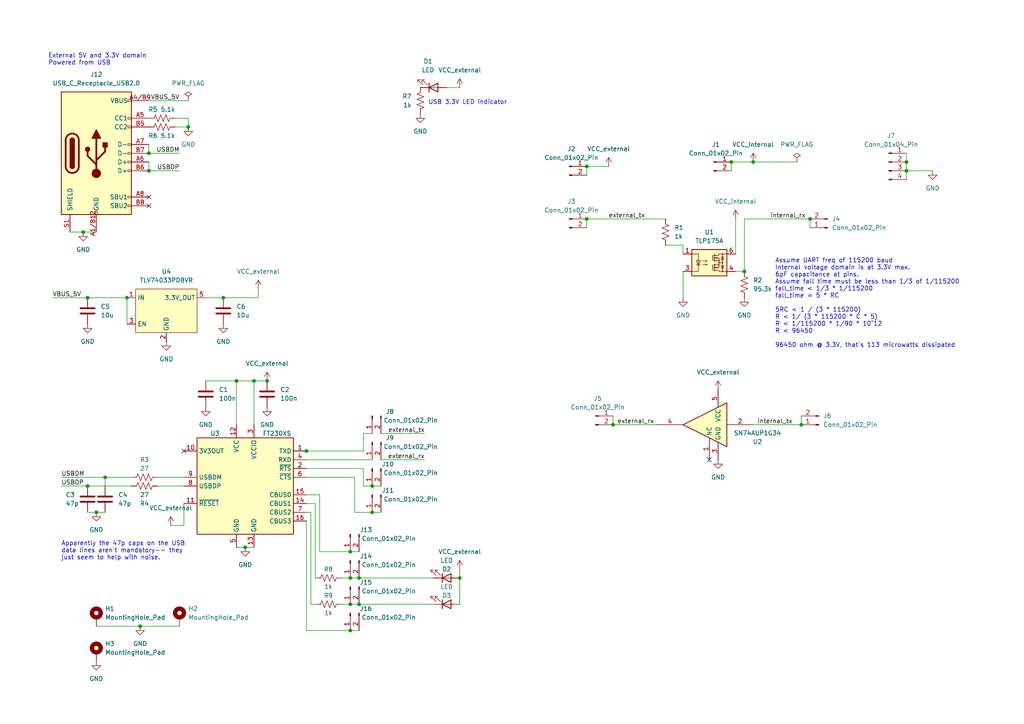
<source format=kicad_sch>
(kicad_sch (version 20231120) (generator "eeschema") (generator_version "8.0")
  (paper "A4")
  (title_block (title "UART Isolator") (date "2024-11-12") (rev "A") (company "UC San Diego") (comment 1 "Author: ${AUTHOR}"))
  (lib_symbols
    (symbol "74xGxx:74AUP1G34"
      (property "Reference" "U" (at -2.54 3.81 0))
      (property "Value" "74AUP1G34" (at 0 -3.81 0))
      (symbol "74AUP1G34_0_1"
        (polyline (pts (xy -7.62 6.35) (xy -7.62 -6.35) (xy 5.08 0) (xy -7.62 6.35)) (stroke (width 0.254)) (fill (type background)))
      )
      (symbol "74AUP1G34_1_1"
        (pin free line (at -2.54 -10.16 90) (length 6.35) (name "NC") (number "1"))
        (pin input line (at -15.24 0 0) (length 7.62) (name "~") (number "2"))
        (pin power_in line (at -5.08 -10.16 90) (length 5.08) (name "GND") (number "3"))
        (pin output line (at 12.7 0 180) (length 7.62) (name "~") (number "4"))
        (pin power_in line (at -5.08 10.16 270) (length 5.08) (name "VCC") (number "5"))
      )
    )
    (symbol "Connector:Conn_01x02_Pin" (pin_names (offset 1.016) hide)
      (property "Reference" "J" (at 0 2.54 0))
      (property "Value" "Conn_01x02_Pin" (at 0 -5.08 0))
      (symbol "Conn_01x02_Pin_1_1"
        (polyline (pts (xy 1.27 -2.54) (xy 0.8636 -2.54)) (stroke (width 0.1524)))
        (polyline (pts (xy 1.27 0) (xy 0.8636 0)) (stroke (width 0.1524)))
        (rectangle (start 0.8636 -2.413) (end 0 -2.667) (stroke (width 0.1524)) (fill (type outline)))
        (rectangle (start 0.8636 0.127) (end 0 -0.127) (stroke (width 0.1524)) (fill (type outline)))
        (pin passive line (at 5.08 0 180) (length 3.81) (name "Pin_1") (number "1"))
        (pin passive line (at 5.08 -2.54 180) (length 3.81) (name "Pin_2") (number "2"))
      )
    )
    (symbol "Connector:Conn_01x04_Pin" (pin_names (offset 1.016) hide)
      (property "Reference" "J" (at 0 5.08 0))
      (property "Value" "Conn_01x04_Pin" (at 0 -7.62 0))
      (symbol "Conn_01x04_Pin_1_1"
        (polyline (pts (xy 1.27 -5.08) (xy 0.8636 -5.08)) (stroke (width 0.1524)))
        (polyline (pts (xy 1.27 -2.54) (xy 0.8636 -2.54)) (stroke (width 0.1524)))
        (polyline (pts (xy 1.27 0) (xy 0.8636 0)) (stroke (width 0.1524)))
        (polyline (pts (xy 1.27 2.54) (xy 0.8636 2.54)) (stroke (width 0.1524)))
        (rectangle (start 0.8636 -4.953) (end 0 -5.207) (stroke (width 0.1524)) (fill (type outline)))
        (rectangle (start 0.8636 -2.413) (end 0 -2.667) (stroke (width 0.1524)) (fill (type outline)))
        (rectangle (start 0.8636 0.127) (end 0 -0.127) (stroke (width 0.1524)) (fill (type outline)))
        (rectangle (start 0.8636 2.667) (end 0 2.413) (stroke (width 0.1524)) (fill (type outline)))
        (pin passive line (at 5.08 2.54 180) (length 3.81) (name "Pin_1") (number "1"))
        (pin passive line (at 5.08 0 180) (length 3.81) (name "Pin_2") (number "2"))
        (pin passive line (at 5.08 -2.54 180) (length 3.81) (name "Pin_3") (number "3"))
        (pin passive line (at 5.08 -5.08 180) (length 3.81) (name "Pin_4") (number "4"))
      )
    )
    (symbol "Device:C" (pin_numbers hide) (pin_names (offset 0.254))
      (property "Reference" "C" (at 0.635 2.54 0))
      (property "Value" "C" (at 0.635 -2.54 0))
      (symbol "C_0_1"
        (polyline (pts (xy -2.032 -0.762) (xy 2.032 -0.762)) (stroke (width 0.508)))
        (polyline (pts (xy -2.032 0.762) (xy 2.032 0.762)) (stroke (width 0.508)))
      )
      (symbol "C_1_1"
        (pin passive line (at 0 3.81 270) (length 2.794) (name "~") (number "1"))
        (pin passive line (at 0 -3.81 90) (length 2.794) (name "~") (number "2"))
      )
    )
    (symbol "Device:LED" (pin_numbers hide) (pin_names (offset 1.016) hide)
      (property "Reference" "D" (at 0 2.54 0))
      (property "Value" "LED" (at 0 -2.54 0))
      (symbol "LED_0_1"
        (polyline (pts (xy -1.27 -1.27) (xy -1.27 1.27)) (stroke (width 0.254)))
        (polyline (pts (xy -1.27 0) (xy 1.27 0)))
        (polyline (pts (xy 1.27 -1.27) (xy 1.27 1.27) (xy -1.27 0) (xy 1.27 -1.27)) (stroke (width 0.254)))
        (polyline (pts (xy -3.048 -0.762) (xy -4.572 -2.286) (xy -3.81 -2.286) (xy -4.572 -2.286) (xy -4.572 -1.524)))
        (polyline (pts (xy -1.778 -0.762) (xy -3.302 -2.286) (xy -2.54 -2.286) (xy -3.302 -2.286) (xy -3.302 -1.524)))
      )
      (symbol "LED_1_1"
        (pin passive line (at -3.81 0 0) (length 2.54) (name "K") (number "1"))
        (pin passive line (at 3.81 0 180) (length 2.54) (name "A") (number "2"))
      )
    )
    (symbol "Device:R_US" (pin_numbers hide) (pin_names (offset 0))
      (property "Reference" "R" (at 2.54 0 90))
      (property "Value" "R_US" (at -2.54 0 90))
      (symbol "R_US_0_1"
        (polyline (pts (xy 0 -2.286) (xy 0 -2.54)))
        (polyline (pts (xy 0 2.286) (xy 0 2.54)))
        (polyline (pts (xy 0 -0.762) (xy 1.016 -1.143) (xy 0 -1.524) (xy -1.016 -1.905) (xy 0 -2.286)))
        (polyline (pts (xy 0 0.762) (xy 1.016 0.381) (xy 0 0) (xy -1.016 -0.381) (xy 0 -0.762)))
        (polyline (pts (xy 0 2.286) (xy 1.016 1.905) (xy 0 1.524) (xy -1.016 1.143) (xy 0 0.762)))
      )
      (symbol "R_US_1_1"
        (pin passive line (at 0 3.81 270) (length 1.27) (name "~") (number "1"))
        (pin passive line (at 0 -3.81 90) (length 1.27) (name "~") (number "2"))
      )
    )
    (symbol "Interface_USB:FT230XS"
      (property "Reference" "U" (at -13.97 15.24 0))
      (property "Value" "FT230XS" (at 7.62 15.24 0))
      (symbol "FT230XS_0_1"
        (rectangle (start -13.97 13.97) (end 13.97 -13.97) (stroke (width 0.254)) (fill (type background)))
      )
      (symbol "FT230XS_1_1"
        (pin output line (at 17.78 10.16 180) (length 3.81) (name "TXD") (number "1"))
        (pin power_out line (at -17.78 10.16 0) (length 3.81) (name "3V3OUT") (number "10"))
        (pin input line (at -17.78 -5.08 0) (length 3.81) (name "~{RESET}") (number "11"))
        (pin power_in line (at -2.54 17.78 270) (length 3.81) (name "VCC") (number "12"))
        (pin power_in line (at 2.54 -17.78 90) (length 3.81) (name "GND") (number "13"))
        (pin bidirectional line (at 17.78 -5.08 180) (length 3.81) (name "CBUS1") (number "14"))
        (pin bidirectional line (at 17.78 -2.54 180) (length 3.81) (name "CBUS0") (number "15"))
        (pin bidirectional line (at 17.78 -10.16 180) (length 3.81) (name "CBUS3") (number "16"))
        (pin output line (at 17.78 5.08 180) (length 3.81) (name "~{RTS}") (number "2"))
        (pin power_in line (at 2.54 17.78 270) (length 3.81) (name "VCCIO") (number "3"))
        (pin input line (at 17.78 7.62 180) (length 3.81) (name "RXD") (number "4"))
        (pin power_in line (at -2.54 -17.78 90) (length 3.81) (name "GND") (number "5"))
        (pin input line (at 17.78 2.54 180) (length 3.81) (name "~{CTS}") (number "6"))
        (pin bidirectional line (at 17.78 -7.62 180) (length 3.81) (name "CBUS2") (number "7"))
        (pin bidirectional line (at -17.78 0 0) (length 3.81) (name "USBDP") (number "8"))
        (pin bidirectional line (at -17.78 2.54 0) (length 3.81) (name "USBDM") (number "9"))
      )
    )
    (symbol "Marcano_Connector:USB_C_Receptacle_USB2.0" (pin_names (offset 1.016))
      (property "Reference" "J" (at -10.16 19.05 0))
      (property "Value" "USB_C_Receptacle_USB2.0" (at 19.05 19.05 0))
      (symbol "USB_C_Receptacle_USB2.0_0_0"
        (rectangle (start -0.254 -17.78) (end 0.254 -16.764))
        (rectangle (start 10.16 -14.986) (end 9.144 -15.494))
        (rectangle (start 10.16 -12.446) (end 9.144 -12.954))
        (rectangle (start 10.16 -4.826) (end 9.144 -5.334))
        (rectangle (start 10.16 -2.286) (end 9.144 -2.794))
        (rectangle (start 10.16 0.254) (end 9.144 -0.254))
        (rectangle (start 10.16 2.794) (end 9.144 2.286))
        (rectangle (start 10.16 7.874) (end 9.144 7.366))
        (rectangle (start 10.16 10.414) (end 9.144 9.906))
        (rectangle (start 10.16 15.494) (end 9.144 14.986))
      )
      (symbol "USB_C_Receptacle_USB2.0_0_1"
        (rectangle (start -10.16 17.78) (end 10.16 -17.78) (stroke (width 0.254)) (fill (type background)))
        (arc (start -8.89 -3.81) (mid -6.985 -5.7067) (end -5.08 -3.81) (stroke (width 0.508)))
        (arc (start -7.62 -3.81) (mid -6.985 -4.4423) (end -6.35 -3.81) (stroke (width 0.254)))
        (arc (start -7.62 -3.81) (mid -6.985 -4.4423) (end -6.35 -3.81) (stroke (width 0.254)) (fill (type outline)))
        (rectangle (start -7.62 -3.81) (end -6.35 3.81) (stroke (width 0.254)) (fill (type outline)))
        (arc (start -6.35 3.81) (mid -6.985 4.4423) (end -7.62 3.81) (stroke (width 0.254)))
        (arc (start -6.35 3.81) (mid -6.985 4.4423) (end -7.62 3.81) (stroke (width 0.254)) (fill (type outline)))
        (arc (start -5.08 3.81) (mid -6.985 5.7067) (end -8.89 3.81) (stroke (width 0.508)))
        (circle (center -2.54 1.143) (radius 0.635) (stroke (width 0.254)) (fill (type outline)))
        (circle (center 0 -5.842) (radius 1.27) (fill (type outline)))
        (polyline (pts (xy -8.89 -3.81) (xy -8.89 3.81)) (stroke (width 0.508)))
        (polyline (pts (xy -5.08 3.81) (xy -5.08 -3.81)) (stroke (width 0.508)))
        (polyline (pts (xy 0 -5.842) (xy 0 4.318)) (stroke (width 0.508)))
        (polyline (pts (xy 0 -3.302) (xy -2.54 -0.762) (xy -2.54 0.508)) (stroke (width 0.508)))
        (polyline (pts (xy 0 -2.032) (xy 2.54 0.508) (xy 2.54 1.778)) (stroke (width 0.508)))
        (polyline (pts (xy -1.27 4.318) (xy 0 6.858) (xy 1.27 4.318) (xy -1.27 4.318)) (stroke (width 0.254)) (fill (type outline)))
        (rectangle (start 1.905 1.778) (end 3.175 3.048) (stroke (width 0.254)) (fill (type outline)))
      )
      (symbol "USB_C_Receptacle_USB2.0_1_1"
        (pin passive line (at 0 -22.86 90) (length 5.08) (name "GND") (number "A1/B12"))
        (pin passive line (at 0 -22.86 90) (length 5.08) hide (name "GND") (number "A12/B1"))
        (pin passive line (at 15.24 15.24 180) (length 5.08) (name "VBUS") (number "A4/B9"))
        (pin bidirectional line (at 15.24 10.16 180) (length 5.08) (name "CC1") (number "A5"))
        (pin bidirectional line (at 15.24 -2.54 180) (length 5.08) (name "D+") (number "A6"))
        (pin bidirectional line (at 15.24 2.54 180) (length 5.08) (name "D-") (number "A7"))
        (pin bidirectional line (at 15.24 -12.7 180) (length 5.08) (name "SBU1") (number "A8"))
        (pin passive line (at 15.24 15.24 180) (length 5.08) hide (name "VBUS") (number "A9/B4"))
        (pin bidirectional line (at 15.24 7.62 180) (length 5.08) (name "CC2") (number "B5"))
        (pin bidirectional line (at 15.24 -5.08 180) (length 5.08) (name "D+") (number "B6"))
        (pin bidirectional line (at 15.24 0 180) (length 5.08) (name "D-") (number "B7"))
        (pin bidirectional line (at 15.24 -15.24 180) (length 5.08) (name "SBU2") (number "B8"))
        (pin passive line (at -7.62 -22.86 90) (length 5.08) (name "SHIELD") (number "S1"))
      )
    )
    (symbol "Marcano_Voltage_Regulator:TLV74033PDBVR"
      (property "Reference" "U" (at 0 0 0))
      (property "Value" "TLV74033PDBVR" (at -1.524 7.366 0))
      (symbol "TLV74033PDBVR_1_1"
        (rectangle (start -8.89 6.35) (end 8.89 -6.35) (fill (type background)))
        (pin power_in line (at -11.43 3.81 0) (length 2.54) (name "IN") (number "1"))
        (pin power_in line (at 0 -8.89 90) (length 2.54) (name "GND") (number "2"))
        (pin input line (at -11.43 -3.81 0) (length 2.54) (name "EN") (number "3"))
        (pin no_connect line (at 11.43 -2.54 180) (length 2.54) hide (name "NC") (number "4"))
        (pin power_out line (at 11.43 3.81 180) (length 2.54) (name "3.3V_OUT") (number "5"))
      )
    )
    (symbol "Mechanical:MountingHole_Pad" (pin_numbers hide) (pin_names (offset 1.016) hide) (exclude_from_sim yes) (in_bom no)
      (property "Reference" "H" (at 0 6.35 0))
      (property "Value" "MountingHole_Pad" (at 0 4.445 0))
      (symbol "MountingHole_Pad_0_1"
        (circle (center 0 1.27) (radius 1.27) (stroke (width 1.27)))
      )
      (symbol "MountingHole_Pad_1_1"
        (pin input line (at 0 -2.54 90) (length 2.54) (name "1") (number "1"))
      )
    )
    (symbol "Relay_SolidState:TLP175A"
      (property "Reference" "U" (at -5.08 4.953 0))
      (property "Value" "TLP175A" (at -5.08 -5.08 0))
      (symbol "TLP175A_0_1"
        (rectangle (start -5.08 3.81) (end 5.08 -3.81) (stroke (width 0.254)) (fill (type background)))
        (polyline (pts (xy -3.81 -0.635) (xy -2.54 -0.635)))
        (polyline (pts (xy 1.016 -0.635) (xy 1.016 -2.159)) (stroke (width 0.2032)))
        (polyline (pts (xy 1.016 2.159) (xy 1.016 0.635)) (stroke (width 0.2032)))
        (polyline (pts (xy 1.524 -0.508) (xy 1.524 -0.762)) (stroke (width 0.3556)))
        (polyline (pts (xy 2.794 0) (xy 3.81 0)))
        (polyline (pts (xy 3.429 -1.651) (xy 4.191 -1.651)))
        (polyline (pts (xy 3.429 1.651) (xy 4.191 1.651)))
        (polyline (pts (xy 3.81 -2.54) (xy 3.81 2.54)))
        (polyline (pts (xy 1.524 -2.032) (xy 1.524 -2.286) (xy 1.524 -2.286)) (stroke (width 0.3556)))
        (polyline (pts (xy 1.524 -1.27) (xy 1.524 -1.524) (xy 1.524 -1.524)) (stroke (width 0.3556)))
        (polyline (pts (xy 1.524 0.762) (xy 1.524 0.508) (xy 1.524 0.508)) (stroke (width 0.3556)))
        (polyline (pts (xy 1.524 1.524) (xy 1.524 1.27) (xy 1.524 1.27)) (stroke (width 0.3556)))
        (polyline (pts (xy 1.524 2.286) (xy 1.524 2.032) (xy 1.524 2.032)) (stroke (width 0.3556)))
        (polyline (pts (xy 1.651 -1.397) (xy 2.794 -1.397) (xy 2.794 -0.635)))
        (polyline (pts (xy 1.651 1.397) (xy 2.794 1.397) (xy 2.794 0.635)))
        (polyline (pts (xy -5.08 2.54) (xy -3.175 2.54) (xy -3.175 -2.54) (xy -5.08 -2.54)))
        (polyline (pts (xy -3.175 -0.635) (xy -3.81 0.635) (xy -2.54 0.635) (xy -3.175 -0.635)))
        (polyline (pts (xy 1.651 -2.159) (xy 2.794 -2.159) (xy 2.794 -2.54) (xy 5.08 -2.54)))
        (polyline (pts (xy 1.651 -0.635) (xy 2.794 -0.635) (xy 2.794 0.635) (xy 1.651 0.635)))
        (polyline (pts (xy 1.651 2.159) (xy 2.794 2.159) (xy 2.794 2.54) (xy 5.08 2.54)))
        (polyline (pts (xy 1.778 -1.397) (xy 2.286 -1.27) (xy 2.286 -1.524) (xy 1.778 -1.397)))
        (polyline (pts (xy 1.778 1.397) (xy 2.286 1.524) (xy 2.286 1.27) (xy 1.778 1.397)))
        (polyline (pts (xy 3.81 -1.651) (xy 3.429 -0.889) (xy 4.191 -0.889) (xy 3.81 -1.651)))
        (polyline (pts (xy 3.81 1.651) (xy 3.429 0.889) (xy 4.191 0.889) (xy 3.81 1.651)))
        (polyline (pts (xy -1.905 -0.508) (xy -0.635 -0.508) (xy -1.016 -0.635) (xy -1.016 -0.381) (xy -0.635 -0.508)))
        (polyline (pts (xy -1.905 0.508) (xy -0.635 0.508) (xy -1.016 0.381) (xy -1.016 0.635) (xy -0.635 0.508)))
        (circle (center 2.794 -0.635) (radius 0.127))
        (circle (center 2.794 0) (radius 0.127))
        (circle (center 2.794 0.635) (radius 0.127))
        (circle (center 3.81 -2.54) (radius 0.127))
        (circle (center 3.81 0) (radius 0.127))
        (circle (center 3.81 2.54) (radius 0.127))
      )
      (symbol "TLP175A_1_1"
        (pin passive line (at -7.62 2.54 0) (length 2.54) (name "~") (number "1"))
        (pin passive line (at -7.62 -2.54 0) (length 2.54) (name "~") (number "3"))
        (pin passive line (at 7.62 -2.54 180) (length 2.54) (name "~") (number "4"))
        (pin passive line (at 7.62 2.54 180) (length 2.54) (name "~") (number "6"))
      )
    )
    (symbol "power:GND" (power) (pin_numbers hide) (pin_names (offset 0) hide)
      (property "Value" "GND" (at 0 -3.81 0))
      (symbol "GND_0_1"
        (polyline (pts (xy 0 0) (xy 0 -1.27) (xy 1.27 -1.27) (xy 0 -2.54) (xy -1.27 -1.27) (xy 0 -1.27)))
      )
      (symbol "GND_1_1"
        (pin power_in line (at 0 0 270) (length 0) (name "~") (number "1"))
      )
    )
    (symbol "power:PWR_FLAG" (power) (pin_numbers hide) (pin_names (offset 0) hide)
      (property "Value" "PWR_FLAG" (at 0 3.81 0))
      (symbol "PWR_FLAG_0_0"
        (pin power_out line (at 0 0 90) (length 0) (name "~") (number "1"))
      )
      (symbol "PWR_FLAG_0_1"
        (polyline (pts (xy 0 0) (xy 0 1.27) (xy -1.016 1.905) (xy 0 2.54) (xy 1.016 1.905) (xy 0 1.27)))
      )
    )
    (symbol "power:VCC" (power) (pin_numbers hide) (pin_names (offset 0) hide)
      (property "Value" "VCC" (at 0 3.556 0))
      (symbol "VCC_0_1"
        (polyline (pts (xy -0.762 1.27) (xy 0 2.54)))
        (polyline (pts (xy 0 0) (xy 0 2.54)))
        (polyline (pts (xy 0 2.54) (xy 0.762 1.27)))
      )
      (symbol "VCC_1_1"
        (pin power_in line (at 0 0 90) (length 0) (name "~") (number "1"))
      )
    )
  )
  (junction (at 234.95 63.5))
  (junction (at 36.83 86.36))
  (junction (at 262.89 49.53))
  (junction (at 107.95 140.97))
  (junction (at 40.64 181.61))
  (junction (at 25.4 140.97))
  (junction (at 54.61 36.83))
  (junction (at 24.13 67.31))
  (junction (at 104.14 175.26))
  (junction (at 262.89 46.99))
  (junction (at 27.94 148.59))
  (junction (at 177.8 123.19))
  (junction (at 30.48 138.43))
  (junction (at 73.66 110.49))
  (junction (at 25.4 86.36))
  (junction (at 170.18 48.26))
  (junction (at 88.9 130.81))
  (junction (at 101.6 167.64))
  (junction (at 215.9 78.74))
  (junction (at 218.44 46.99))
  (junction (at 232.41 123.19))
  (junction (at 170.18 63.5))
  (junction (at 43.18 49.53))
  (junction (at 64.77 86.36))
  (junction (at 71.12 158.75))
  (junction (at 212.09 46.99))
  (junction (at 101.6 175.26))
  (junction (at 107.95 148.59))
  (junction (at 68.58 110.49))
  (junction (at 77.47 110.49))
  (junction (at 101.6 182.88))
  (junction (at 133.35 167.64))
  (junction (at 43.18 44.45))
  (junction (at 101.6 160.02))
  (junction (at 104.14 167.64))
  (no_connect (at 53.34 130.81))
  (no_connect (at 205.74 133.35))
  (no_connect (at 43.18 59.69))
  (no_connect (at 43.18 57.15))
  (wire (pts (xy 30.48 138.43) (xy 30.48 140.97)))
  (wire (pts (xy 74.93 83.82) (xy 74.93 86.36)))
  (wire (pts (xy 170.18 63.5) (xy 193.04 63.5)))
  (wire (pts (xy 68.58 110.49) (xy 73.66 110.49)))
  (wire (pts (xy 36.83 86.36) (xy 36.83 93.98)))
  (wire (pts (xy 177.8 123.19) (xy 177.8 120.65)))
  (wire (pts (xy 107.95 148.59) (xy 110.49 148.59)))
  (wire (pts (xy 218.44 46.99) (xy 231.14 46.99)))
  (wire (pts (xy 107.95 140.97) (xy 110.49 140.97)))
  (wire (pts (xy 170.18 63.5) (xy 170.18 66.04)))
  (wire (pts (xy 71.12 158.75) (xy 73.66 158.75)))
  (wire (pts (xy 74.93 86.36) (xy 64.77 86.36)))
  (wire (pts (xy 59.69 110.49) (xy 68.58 110.49)))
  (wire (pts (xy 88.9 151.13) (xy 88.9 182.88)))
  (wire (pts (xy 43.18 41.91) (xy 43.18 44.45)))
  (wire (pts (xy 262.89 49.53) (xy 270.51 49.53)))
  (wire (pts (xy 20.32 67.31) (xy 24.13 67.31)))
  (wire (pts (xy 234.95 63.5) (xy 234.95 66.04)))
  (wire (pts (xy 212.09 46.99) (xy 212.09 49.53)))
  (wire (pts (xy 102.87 148.59) (xy 107.95 148.59)))
  (wire (pts (xy 101.6 175.26) (xy 104.14 175.26)))
  (wire (pts (xy 99.06 167.64) (xy 101.6 167.64)))
  (wire (pts (xy 43.18 49.53) (xy 52.07 49.53)))
  (wire (pts (xy 104.14 175.26) (xy 125.73 175.26)))
  (wire (pts (xy 88.9 133.35) (xy 107.95 133.35)))
  (wire (pts (xy 30.48 138.43) (xy 38.1 138.43)))
  (wire (pts (xy 129.54 25.4) (xy 133.35 25.4)))
  (wire (pts (xy 24.13 67.31) (xy 27.94 67.31)))
  (wire (pts (xy 92.71 160.02) (xy 101.6 160.02)))
  (wire (pts (xy 212.09 46.99) (xy 218.44 46.99)))
  (wire (pts (xy 88.9 148.59) (xy 90.17 148.59)))
  (wire (pts (xy 90.17 148.59) (xy 90.17 175.26)))
  (wire (pts (xy 43.18 44.45) (xy 52.07 44.45)))
  (wire (pts (xy 90.17 175.26) (xy 91.44 175.26)))
  (wire (pts (xy 133.35 167.64) (xy 133.35 175.26)))
  (wire (pts (xy 91.44 146.05) (xy 91.44 167.64)))
  (wire (pts (xy 50.8 34.29) (xy 54.61 34.29)))
  (wire (pts (xy 198.12 71.12) (xy 198.12 73.66)))
  (wire (pts (xy 101.6 160.02) (xy 104.14 160.02)))
  (wire (pts (xy 17.78 140.97) (xy 25.4 140.97)))
  (wire (pts (xy 170.18 48.26) (xy 170.18 50.8)))
  (wire (pts (xy 104.14 167.64) (xy 125.73 167.64)))
  (wire (pts (xy 110.49 133.35) (xy 123.19 133.35)))
  (wire (pts (xy 92.71 143.51) (xy 92.71 160.02)))
  (wire (pts (xy 177.8 123.19) (xy 190.5 123.19)))
  (wire (pts (xy 27.94 181.61) (xy 40.64 181.61)))
  (wire (pts (xy 88.9 135.89) (xy 105.41 135.89)))
  (wire (pts (xy 87.63 130.81) (xy 88.9 130.81)))
  (wire (pts (xy 133.35 165.1) (xy 133.35 167.64)))
  (wire (pts (xy 215.9 78.74) (xy 215.9 63.5)))
  (wire (pts (xy 43.18 46.99) (xy 43.18 49.53)))
  (wire (pts (xy 73.66 110.49) (xy 77.47 110.49)))
  (wire (pts (xy 25.4 140.97) (xy 38.1 140.97)))
  (wire (pts (xy 110.49 125.73) (xy 123.19 125.73)))
  (wire (pts (xy 213.36 78.74) (xy 215.9 78.74)))
  (wire (pts (xy 50.8 36.83) (xy 54.61 36.83)))
  (wire (pts (xy 99.06 175.26) (xy 101.6 175.26)))
  (wire (pts (xy 105.41 125.73) (xy 107.95 125.73)))
  (wire (pts (xy 25.4 148.59) (xy 27.94 148.59)))
  (wire (pts (xy 262.89 44.45) (xy 262.89 46.99)))
  (wire (pts (xy 101.6 167.64) (xy 104.14 167.64)))
  (wire (pts (xy 213.36 63.5) (xy 213.36 73.66)))
  (wire (pts (xy 88.9 146.05) (xy 91.44 146.05)))
  (wire (pts (xy 101.6 182.88) (xy 104.14 182.88)))
  (wire (pts (xy 45.72 138.43) (xy 53.34 138.43)))
  (wire (pts (xy 15.24 86.36) (xy 25.4 86.36)))
  (wire (pts (xy 88.9 138.43) (xy 102.87 138.43)))
  (wire (pts (xy 68.58 158.75) (xy 71.12 158.75)))
  (wire (pts (xy 43.18 29.21) (xy 54.61 29.21)))
  (wire (pts (xy 53.34 152.4) (xy 53.34 146.05)))
  (wire (pts (xy 105.41 135.89) (xy 105.41 140.97)))
  (wire (pts (xy 170.18 48.26) (xy 176.53 48.26)))
  (wire (pts (xy 73.66 110.49) (xy 73.66 123.19)))
  (wire (pts (xy 193.04 71.12) (xy 198.12 71.12)))
  (wire (pts (xy 262.89 49.53) (xy 262.89 52.07)))
  (wire (pts (xy 45.72 140.97) (xy 53.34 140.97)))
  (wire (pts (xy 68.58 110.49) (xy 68.58 123.19)))
  (wire (pts (xy 198.12 78.74) (xy 198.12 86.36)))
  (wire (pts (xy 27.94 148.59) (xy 30.48 148.59)))
  (wire (pts (xy 88.9 143.51) (xy 92.71 143.51)))
  (wire (pts (xy 262.89 46.99) (xy 262.89 49.53)))
  (wire (pts (xy 105.41 140.97) (xy 107.95 140.97)))
  (wire (pts (xy 215.9 63.5) (xy 234.95 63.5)))
  (wire (pts (xy 40.64 181.61) (xy 52.07 181.61)))
  (wire (pts (xy 88.9 182.88) (xy 101.6 182.88)))
  (wire (pts (xy 88.9 130.81) (xy 105.41 130.81)))
  (wire (pts (xy 54.61 34.29) (xy 54.61 36.83)))
  (wire (pts (xy 218.44 123.19) (xy 232.41 123.19)))
  (wire (pts (xy 64.77 86.36) (xy 59.69 86.36)))
  (wire (pts (xy 25.4 86.36) (xy 36.83 86.36)))
  (wire (pts (xy 49.53 152.4) (xy 53.34 152.4)))
  (wire (pts (xy 17.78 138.43) (xy 30.48 138.43)))
  (wire (pts (xy 105.41 130.81) (xy 105.41 125.73)))
  (wire (pts (xy 102.87 138.43) (xy 102.87 148.59)))
  (wire (pts (xy 232.41 120.65) (xy 232.41 123.19)))
  (text "External 5V and 3.3V domain\nPowered from USB" (at 13.97 19.05 0) (effects (font (size 1.27 1.27)) (justify left bottom)))
  (text "USB 3.3V LED indicator" (at 124.206 30.48 0) (effects (font (size 1.27 1.27)) (justify left bottom)))
  (text "Assume UART freq of 115200 baud\nInternal voltage domain is at 3.3V max.\n6pF capacitance at pins.\nAssume fall time must be less than 1/3 of 1/115200\nfall_time < 1/3 * 1/115200\nfall_time = 5 * RC\n\n5RC < 1 / (3 * 115200)\nR < 1/ (3 * 115200 * C * 5)\nR < 1/115200 * 1/90 * 10^12\nR < 96450\n\n96450 ohm @ 3.3V, that's 113 microwatts dissipated\n" (at 224.79 74.93 0) (effects (font (size 1.27 1.27)) (justify left top)))
  (text "Apparently the 47p caps on the USB\ndata lines aren't mandatory-- they\njust seem to help with noise." (at 17.78 162.56 0) (effects (font (size 1.27 1.27)) (justify left bottom)))
  (label "VBUS_5V" (at 15.24 86.36 0))
  (label "USBDM" (at 17.78 138.43 0))
  (label "USBDM" (at 52.07 44.45 180))
  (label "USBDP" (at 52.07 49.53 180))
  (label "internal_tx" (at 229.87 123.19 180))
  (label "external_tx" (at 176.53 63.5 0))
  (label "external_tx" (at 123.19 125.73 180))
  (label "USBDP" (at 17.78 140.97 0))
  (label "external_rx" (at 123.19 133.35 180))
  (label "external_rx" (at 179.07 123.19 0))
  (label "VBUS_5V" (at 52.07 29.21 180))
  (label "internal_rx" (at 233.68 63.5 180))
  (symbol (lib_id "Connector:Conn_01x02_Pin") (at 165.1 63.5 0) (unit 1)
    (property "Reference" "J3" (at 165.735 58.42 0))
    (property "Value" "Conn_01x02_Pin" (at 165.735 60.96 0))
    (property "Footprint" "Connector_PinHeader_2.54mm:PinHeader_1x02_P2.54mm_Vertical" (effects (hide yes)))
    (property "Description" "Generic connector, single row, 01x02, script generated" (effects (hide yes)))
  )
  (symbol (lib_id "Device:R_US") (at 46.99 34.29 90) (unit 1)
    (property "Reference" "R5" (at 45.72 31.75 90) (effects (justify left)))
    (property "Value" "5.1k" (at 50.8 31.75 90) (effects (justify left)))
    (property "Footprint" "Resistor_SMD:R_0603_1608Metric_Pad0.98x0.95mm_HandSolder" (effects (hide yes)))
    (property "Datasheet" "https://www.seielect.com/catalog/sei-rmcf_rmcp.pdf" (effects (hide yes)))
    (property "Description" "Resistor, US symbol" (effects (hide yes)))
    (property "Digikey Product Number" "RMCF0603FT5K10TR-ND" (effects (hide yes)))
    (property "Manufacturer Product Number" "RMCF0603FT5K10" (effects (hide yes)))
  )
  (symbol (lib_id "Device:R_US") (at 121.92 29.21 0) (mirror y) (unit 1)
    (property "Reference" "R7" (at 119.38 27.94 0) (effects (justify left)))
    (property "Value" "1k" (at 119.38 30.48 0) (effects (justify left)))
    (property "Footprint" "Resistor_SMD:R_0603_1608Metric_Pad0.98x0.95mm_HandSolder" (effects (hide yes)))
    (property "Datasheet" "https://www.seielect.com/catalog/sei-rmcf_rmcp.pdf" (effects (hide yes)))
    (property "Description" "Resistor, US symbol" (effects (hide yes)))
    (property "Digikey Product Number" "RMCF0603FT1K00TR-ND" (effects (hide yes)))
    (property "Manufacturer Product Number" "RMCF0603FT1K00" (effects (hide yes)))
  )
  (symbol (lib_id "power:GND") (at 54.61 36.83 0) (unit 1)
    (property "Reference" "#PWR013" (effects (hide yes)))
    (property "Value" "GND" (at 54.61 41.91 0))
    (property "Description" "Power symbol creates a global label with name \"GND\" , ground" (effects (hide yes)))
  )
  (symbol (lib_id "Connector:Conn_01x02_Pin") (at 165.1 48.26 0) (unit 1)
    (property "Reference" "J2" (at 165.735 43.18 0))
    (property "Value" "Conn_01x02_Pin" (at 165.735 45.72 0))
    (property "Footprint" "Connector_PinHeader_2.54mm:PinHeader_1x02_P2.54mm_Vertical" (effects (hide yes)))
    (property "Description" "Generic connector, single row, 01x02, script generated" (effects (hide yes)))
  )
  (symbol (lib_id "Connector:Conn_01x02_Pin") (at 101.6 162.56 90) (mirror x) (unit 1)
    (property "Reference" "J14" (at 107.95 161.29 90) (effects (justify left)))
    (property "Value" "Conn_01x02_Pin" (at 120.65 163.83 90) (effects (justify left)))
    (property "Footprint" "Connector_PinHeader_2.54mm:PinHeader_1x02_P2.54mm_Vertical" (effects (hide yes)))
    (property "Description" "Generic connector, single row, 01x02, script generated" (effects (hide yes)))
  )
  (symbol (lib_id "Connector:Conn_01x02_Pin") (at 101.6 170.18 90) (mirror x) (unit 1)
    (property "Reference" "J15" (at 107.95 168.91 90) (effects (justify left)))
    (property "Value" "Conn_01x02_Pin" (at 120.65 171.45 90) (effects (justify left)))
    (property "Footprint" "Connector_PinHeader_2.54mm:PinHeader_1x02_P2.54mm_Vertical" (effects (hide yes)))
    (property "Description" "Generic connector, single row, 01x02, script generated" (effects (hide yes)))
  )
  (symbol (lib_id "Connector:Conn_01x02_Pin") (at 107.95 128.27 90) (mirror x) (unit 1)
    (property "Reference" "J9" (at 114.3 127 90) (effects (justify left)))
    (property "Value" "Conn_01x02_Pin" (at 127 129.54 90) (effects (justify left)))
    (property "Footprint" "Connector_PinHeader_2.54mm:PinHeader_1x02_P2.54mm_Vertical" (effects (hide yes)))
    (property "Description" "Generic connector, single row, 01x02, script generated" (effects (hide yes)))
  )
  (symbol (lib_id "Device:R_US") (at 41.91 138.43 90) (unit 1)
    (property "Reference" "R3" (at 41.91 133.35 90))
    (property "Value" "27" (at 41.91 135.89 90))
    (property "Footprint" "Resistor_SMD:R_0603_1608Metric_Pad0.98x0.95mm_HandSolder" (effects (hide yes)))
    (property "Datasheet" "https://www.bourns.com/docs/product-datasheets/cr.pdf?sfvrsn=574d41f6_14" (effects (hide yes)))
    (property "Description" "Resistor, US symbol" (effects (hide yes)))
    (property "Digikey Product Number" "CR0603-FX-27R0ELFTR-ND" (effects (hide yes)))
    (property "Manufacturer Product Number" "CR0603-FX-27R0ELF" (effects (hide yes)))
  )
  (symbol (lib_id "Device:C") (at 30.48 144.78 0) (unit 1)
    (property "Reference" "C4" (at 34.29 143.51 0) (effects (justify left)))
    (property "Value" "47p" (at 34.29 146.05 0) (effects (justify left)))
    (property "Footprint" "Capacitor_SMD:C_0603_1608Metric_Pad1.08x0.95mm_HandSolder" (effects (hide yes)))
    (property "Datasheet" "https://mm.digikey.com/Volume0/opasdata/d220001/medias/docus/609/CL10C470JB8NNNC_Spec.pdf" (effects (hide yes)))
    (property "Description" "Unpolarized capacitor" (effects (hide yes)))
    (property "Digikey Product Number" "1276-1037-2-ND" (effects (hide yes)))
    (property "Manufacturer Product Number" "CL10C470JB8NNNC" (effects (hide yes)))
  )
  (symbol (lib_id "power:GND") (at 121.92 33.02 0) (mirror y) (unit 1)
    (property "Reference" "#PWR014" (effects (hide yes)))
    (property "Value" "GND" (at 121.92 38.1 0))
    (property "Description" "Power symbol creates a global label with name \"GND\" , ground" (effects (hide yes)))
  )
  (symbol (lib_id "Connector:Conn_01x02_Pin") (at 107.95 120.65 90) (mirror x) (unit 1)
    (property "Reference" "J8" (at 114.3 119.38 90) (effects (justify left)))
    (property "Value" "Conn_01x02_Pin" (at 127 121.92 90) (effects (justify left)))
    (property "Footprint" "Connector_PinHeader_2.54mm:PinHeader_1x02_P2.54mm_Vertical" (effects (hide yes)))
    (property "Description" "Generic connector, single row, 01x02, script generated" (effects (hide yes)))
  )
  (symbol (lib_id "Marcano_Connector:USB_C_Receptacle_USB2.0") (at 27.94 44.45 0) (unit 1)
    (property "Reference" "J12" (at 27.94 21.59 0))
    (property "Value" "USB_C_Receptacle_USB2.0" (at 27.94 24.13 0))
    (property "Footprint" "Marcano:USB4105-GF-A" (effects (hide yes)))
    (property "Datasheet" "https://www.usb.org/sites/default/files/documents/usb_type-c.zip" (effects (hide yes)))
    (property "Description" "USB 2.0-only Type-C Receptacle connector" (effects (hide yes)))
    (property "Manufacturer Product Number" "USB4105-GF-A" (effects (hide yes)))
    (property "Digikey Product Number" "2073-USB4105-GF-ACT-ND" (effects (hide yes)))
  )
  (symbol (lib_id "power:VCC") (at 77.47 110.49 0) (unit 1)
    (property "Reference" "#PWR023" (effects (hide yes)))
    (property "Value" "VCC_external" (at 77.47 105.41 0))
    (property "Description" "Power symbol creates a global label with name \"VCC\"" (effects (hide yes)))
  )
  (symbol (lib_id "Device:C") (at 64.77 90.17 0) (unit 1)
    (property "Reference" "C6" (at 68.58 88.8999 0) (effects (justify left)))
    (property "Value" "10u" (at 68.58 91.4399 0) (effects (justify left)))
    (property "Footprint" "Capacitor_SMD:C_0603_1608Metric_Pad1.08x0.95mm_HandSolder" (effects (hide yes)))
    (property "Datasheet" "https://mm.digikey.com/Volume0/opasdata/d220001/medias/docus/609/CL10A106MQ8NNNC_Spec.pdf" (effects (hide yes)))
    (property "Description" "Unpolarized capacitor" (effects (hide yes)))
    (property "Digikey Product Number" "1276-1119-1-ND" (effects (hide yes)))
    (property "Manufacturer Product Number" "CL10A106MQ8NNNC" (effects (hide yes)))
  )
  (symbol (lib_id "power:GND") (at 25.4 93.98 0) (mirror y) (unit 1)
    (property "Reference" "#PWR017" (effects (hide yes)))
    (property "Value" "GND" (at 25.4 99.06 0))
    (property "Description" "Power symbol creates a global label with name \"GND\" , ground" (effects (hide yes)))
  )
  (symbol (lib_id "power:GND") (at 59.69 118.11 0) (unit 1)
    (property "Reference" "#PWR07" (effects (hide yes)))
    (property "Value" "GND" (at 59.69 123.19 0))
    (property "Description" "Power symbol creates a global label with name \"GND\" , ground" (effects (hide yes)))
  )
  (symbol (lib_id "Connector:Conn_01x04_Pin") (at 257.81 46.99 0) (unit 1)
    (property "Reference" "J7" (at 258.445 39.37 0))
    (property "Value" "Conn_01x04_Pin" (at 258.445 41.91 0))
    (property "Footprint" "Connector_PinHeader_2.54mm:PinHeader_1x04_P2.54mm_Vertical" (effects (hide yes)))
    (property "Description" "Generic connector, single row, 01x04, script generated" (effects (hide yes)))
  )
  (symbol (lib_id "Connector:Conn_01x02_Pin") (at 172.72 120.65 0) (unit 1)
    (property "Reference" "J5" (at 173.355 115.57 0))
    (property "Value" "Conn_01x02_Pin" (at 173.355 118.11 0))
    (property "Footprint" "Connector_PinHeader_2.54mm:PinHeader_1x02_P2.54mm_Vertical" (effects (hide yes)))
    (property "Description" "Generic connector, single row, 01x02, script generated" (effects (hide yes)))
  )
  (symbol (lib_id "Device:C") (at 77.47 114.3 0) (unit 1)
    (property "Reference" "C2" (at 81.28 113.03 0) (effects (justify left)))
    (property "Value" "100n" (at 81.28 115.57 0) (effects (justify left)))
    (property "Footprint" "Capacitor_SMD:C_0603_1608Metric_Pad1.08x0.95mm_HandSolder" (effects (hide yes)))
    (property "Datasheet" "https://mm.digikey.com/Volume0/opasdata/d220001/medias/docus/658/CL10B104KB8NNWC_Spec.pdf" (effects (hide yes)))
    (property "Description" "Unpolarized capacitor" (effects (hide yes)))
    (property "Digikey Product Number" "1276-1935-2-ND" (effects (hide yes)))
    (property "Manufacturer Product Number" "CL10B104KB8NNWC" (effects (hide yes)))
  )
  (symbol (lib_id "Device:C") (at 25.4 90.17 0) (unit 1)
    (property "Reference" "C5" (at 29.21 88.8999 0) (effects (justify left)))
    (property "Value" "10u" (at 29.21 91.4399 0) (effects (justify left)))
    (property "Footprint" "Capacitor_SMD:C_0603_1608Metric_Pad1.08x0.95mm_HandSolder" (effects (hide yes)))
    (property "Datasheet" "https://mm.digikey.com/Volume0/opasdata/d220001/medias/docus/609/CL10A106MQ8NNNC_Spec.pdf" (effects (hide yes)))
    (property "Description" "Unpolarized capacitor" (effects (hide yes)))
    (property "Digikey Product Number" "1276-1119-1-ND" (effects (hide yes)))
    (property "Manufacturer Product Number" "CL10A106MQ8NNNC" (effects (hide yes)))
  )
  (symbol (lib_id "Mechanical:MountingHole_Pad") (at 52.07 179.07 0) (unit 1) (exclude_from_sim yes) (in_bom no)
    (property "Reference" "H2" (at 54.61 176.5299 0) (effects (justify left)))
    (property "Value" "MountingHole_Pad" (at 54.61 179.0699 0) (effects (justify left)))
    (property "Footprint" "MountingHole:MountingHole_2.2mm_M2_Pad_Via" (effects (hide yes)))
    (property "Description" "Mounting Hole with connection" (effects (hide yes)))
  )
  (symbol (lib_id "power:GND") (at 27.94 148.59 0) (unit 1)
    (property "Reference" "#PWR011" (effects (hide yes)))
    (property "Value" "GND" (at 27.94 153.67 0))
    (property "Description" "Power symbol creates a global label with name \"GND\" , ground" (effects (hide yes)))
  )
  (symbol (lib_id "Connector:Conn_01x02_Pin") (at 107.95 143.51 90) (mirror x) (unit 1)
    (property "Reference" "J11" (at 114.3 142.24 90) (effects (justify left)))
    (property "Value" "Conn_01x02_Pin" (at 127 144.78 90) (effects (justify left)))
    (property "Footprint" "Connector_PinHeader_2.54mm:PinHeader_1x02_P2.54mm_Vertical" (effects (hide yes)))
    (property "Description" "Generic connector, single row, 01x02, script generated" (effects (hide yes)))
  )
  (symbol (lib_id "power:VCC") (at 213.36 63.5 0) (unit 1)
    (property "Reference" "#PWR03" (effects (hide yes)))
    (property "Value" "VCC_internal" (at 213.36 58.42 0))
    (property "Description" "Power symbol creates a global label with name \"VCC\"" (effects (hide yes)))
  )
  (symbol (lib_id "power:GND") (at 215.9 86.36 0) (unit 1)
    (property "Reference" "#PWR05" (effects (hide yes)))
    (property "Value" "GND" (at 215.9 91.44 0))
    (property "Description" "Power symbol creates a global label with name \"GND\" , ground" (effects (hide yes)))
  )
  (symbol (lib_id "power:VCC") (at 176.53 48.26 0) (unit 1)
    (property "Reference" "#PWR02" (effects (hide yes)))
    (property "Value" "VCC_external" (at 176.53 43.18 0))
    (property "Description" "Power symbol creates a global label with name \"VCC\"" (effects (hide yes)))
  )
  (symbol (lib_id "74xGxx:74AUP1G34") (at 203.2 123.19 0) (mirror y) (unit 1)
    (property "Reference" "U2" (at 219.71 128.1432 0))
    (property "Value" "SN74AUP1G34" (at 219.71 125.6032 0))
    (property "Footprint" "Package_TO_SOT_SMD:SOT-23-5_HandSoldering" (effects (hide yes)))
    (property "Datasheet" "https://www.ti.com/lit/ds/symlink/sn74aup1g34.pdf" (effects (hide yes)))
    (property "Description" "Single Buffer Gate, Low-Voltage CMOS" (effects (hide yes)))
    (property "Digikey Product Number" "296-19080-1-ND" (effects (hide yes)))
    (property "Manufacturer Product Number" "SN74AUP1G34DBVR" (effects (hide yes)))
  )
  (symbol (lib_id "Device:R_US") (at 95.25 175.26 270) (unit 1)
    (property "Reference" "R9" (at 95.25 172.72 90))
    (property "Value" "1k" (at 95.25 177.8 90))
    (property "Footprint" "Resistor_SMD:R_0603_1608Metric_Pad0.98x0.95mm_HandSolder" (effects (hide yes)))
    (property "Datasheet" "https://www.seielect.com/catalog/sei-rmcf_rmcp.pdf" (effects (hide yes)))
    (property "Description" "Resistor, US symbol" (effects (hide yes)))
    (property "Digikey Product Number" "RMCF0603FT1K00TR-ND" (effects (hide yes)))
    (property "Manufacturer Product Number" "RMCF0603FT1K00" (effects (hide yes)))
  )
  (symbol (lib_id "power:GND") (at 40.64 181.61 0) (unit 1)
    (property "Reference" "#PWR020" (effects (hide yes)))
    (property "Value" "GND" (at 40.64 186.69 0))
    (property "Description" "Power symbol creates a global label with name \"GND\" , ground" (effects (hide yes)))
  )
  (symbol (lib_id "power:PWR_FLAG") (at 54.61 29.21 0) (unit 1)
    (property "Reference" "#FLG03" (effects (hide yes)))
    (property "Value" "PWR_FLAG" (at 54.61 24.13 0))
    (property "Description" "Special symbol for telling ERC where power comes from" (effects (hide yes)))
  )
  (symbol (lib_id "Mechanical:MountingHole_Pad") (at 27.94 189.23 0) (unit 1) (exclude_from_sim yes) (in_bom no)
    (property "Reference" "H3" (at 30.48 186.6899 0) (effects (justify left)))
    (property "Value" "MountingHole_Pad" (at 30.48 189.2299 0) (effects (justify left)))
    (property "Footprint" "MountingHole:MountingHole_2.2mm_M2_Pad_Via" (effects (hide yes)))
    (property "Description" "Mounting Hole with connection" (effects (hide yes)))
  )
  (symbol (lib_id "power:VCC") (at 74.93 83.82 0) (unit 1)
    (property "Reference" "#PWR018" (effects (hide yes)))
    (property "Value" "VCC_external" (at 74.93 78.74 0))
    (property "Description" "Power symbol creates a global label with name \"VCC\"" (effects (hide yes)))
  )
  (symbol (lib_id "power:VCC") (at 133.35 25.4 0) (unit 1)
    (property "Reference" "#PWR022" (effects (hide yes)))
    (property "Value" "VCC_external" (at 133.35 20.32 0))
    (property "Description" "Power symbol creates a global label with name \"VCC\"" (effects (hide yes)))
  )
  (symbol (lib_id "Connector:Conn_01x02_Pin") (at 101.6 154.94 90) (mirror x) (unit 1)
    (property "Reference" "J13" (at 107.95 153.67 90) (effects (justify left)))
    (property "Value" "Conn_01x02_Pin" (at 120.65 156.21 90) (effects (justify left)))
    (property "Footprint" "Connector_PinHeader_2.54mm:PinHeader_1x02_P2.54mm_Vertical" (effects (hide yes)))
    (property "Description" "Generic connector, single row, 01x02, script generated" (effects (hide yes)))
  )
  (symbol (lib_id "Relay_SolidState:TLP175A") (at 205.74 76.2 0) (unit 1)
    (property "Reference" "U1" (at 205.74 67.31 0))
    (property "Value" "TLP175A" (at 205.74 69.85 0))
    (property "Footprint" "Package_SO:MFSOP6-4_4.4x3.6mm_P1.27mm" (effects (hide yes)))
    (property "Datasheet" "https://toshiba.semicon-storage.com/info/docget.jsp?did=13665&prodName=TLP175A" (effects (hide yes)))
    (property "Description" "MOSFET Photorelay 1-Form-A, Voff 60V, Ion 100mA, SOP6" (effects (hide yes)))
    (property "Digikey Product Number" "TLP175A(TPLECT-ND" (effects (hide yes)))
    (property "Manufacturer Product Number" "TLP175A(TPL,E" (effects (hide yes)))
  )
  (symbol (lib_id "Device:R_US") (at 193.04 67.31 0) (unit 1)
    (property "Reference" "R1" (at 195.58 66.0399 0) (effects (justify left)))
    (property "Value" "1k" (at 195.58 68.5799 0) (effects (justify left)))
    (property "Footprint" "Resistor_SMD:R_0603_1608Metric_Pad0.98x0.95mm_HandSolder" (effects (hide yes)))
    (property "Datasheet" "https://www.seielect.com/catalog/sei-rmcf_rmcp.pdf" (effects (hide yes)))
    (property "Description" "Resistor, US symbol" (effects (hide yes)))
    (property "Manufacturer Product Number" "RMCF0603FT1K00" (effects (hide yes)))
    (property "Digikey Product Number" "RMCF0603FT1K00TR-ND" (effects (hide yes)))
  )
  (symbol (lib_id "power:VCC") (at 133.35 165.1 0) (unit 1)
    (property "Reference" "#PWR025" (effects (hide yes)))
    (property "Value" "VCC_external" (at 133.35 160.02 0))
    (property "Description" "Power symbol creates a global label with name \"VCC\"" (effects (hide yes)))
  )
  (symbol (lib_id "Marcano_Voltage_Regulator:TLV74033PDBVR") (at 48.26 90.17 0) (unit 1)
    (property "Reference" "U4" (at 48.26 78.74 0))
    (property "Value" "TLV74033PDBVR" (at 48.26 81.28 0))
    (property "Footprint" "Package_TO_SOT_SMD:SOT-23-5_HandSoldering" (effects (hide yes)))
    (property "Datasheet" "https://mm.digikey.com/Volume0/opasdata/d220001/medias/docus/5334/TLV740P_DS.pdf" (effects (hide yes)))
    (property "Digikey Product Number" "296-TLV74033PDBVRCT-ND" (effects (hide yes)))
    (property "Manufacturer Product Number" "TLV74033PDBVR" (effects (hide yes)))
  )
  (symbol (lib_id "power:GND") (at 270.51 49.53 0) (unit 1)
    (property "Reference" "#PWR010" (effects (hide yes)))
    (property "Value" "GND" (at 270.51 54.61 0))
    (property "Description" "Power symbol creates a global label with name \"GND\" , ground" (effects (hide yes)))
  )
  (symbol (lib_id "Connector:Conn_01x02_Pin") (at 237.49 123.19 180) (unit 1)
    (property "Reference" "J6" (at 238.76 120.6499 0) (effects (justify right)))
    (property "Value" "Conn_01x02_Pin" (at 238.76 123.1899 0) (effects (justify right)))
    (property "Footprint" "Connector_PinHeader_2.54mm:PinHeader_1x02_P2.54mm_Vertical" (effects (hide yes)))
    (property "Description" "Generic connector, single row, 01x02, script generated" (effects (hide yes)))
  )
  (symbol (lib_id "Device:C") (at 59.69 114.3 0) (unit 1)
    (property "Reference" "C1" (at 63.5 113.03 0) (effects (justify left)))
    (property "Value" "100n" (at 63.5 115.57 0) (effects (justify left)))
    (property "Footprint" "Capacitor_SMD:C_0603_1608Metric_Pad1.08x0.95mm_HandSolder" (effects (hide yes)))
    (property "Datasheet" "https://mm.digikey.com/Volume0/opasdata/d220001/medias/docus/658/CL10B104KB8NNWC_Spec.pdf" (effects (hide yes)))
    (property "Description" "Unpolarized capacitor" (effects (hide yes)))
    (property "Digikey Product Number" "1276-1935-2-ND" (effects (hide yes)))
    (property "Manufacturer Product Number" "CL10B104KB8NNWC" (effects (hide yes)))
  )
  (symbol (lib_id "power:VCC") (at 218.44 46.99 0) (unit 1)
    (property "Reference" "#PWR01" (effects (hide yes)))
    (property "Value" "VCC_internal" (at 218.44 41.91 0))
    (property "Description" "Power symbol creates a global label with name \"VCC\"" (effects (hide yes)))
  )
  (symbol (lib_id "Device:R_US") (at 215.9 82.55 0) (unit 1)
    (property "Reference" "R2" (at 218.44 81.2799 0) (effects (justify left)))
    (property "Value" "95.3k" (at 218.44 83.8199 0) (effects (justify left)))
    (property "Footprint" "Resistor_SMD:R_0603_1608Metric_Pad0.98x0.95mm_HandSolder" (effects (hide yes)))
    (property "Datasheet" "https://www.yageo.com/upload/media/product/productsearch/datasheet/rchip/PYu-AC_51_RoHS_L_10.pdf" (effects (hide yes)))
    (property "Description" "Resistor, US symbol" (effects (hide yes)))
    (property "Digikey Product Number" "13-AC0603FR-0795K3LCT-ND" (effects (hide yes)))
    (property "Manufacturer Product Number" "AC0603FR-0795K3L" (effects (hide yes)))
  )
  (symbol (lib_id "Device:C") (at 25.4 144.78 0) (unit 1)
    (property "Reference" "C3" (at 19.05 143.51 0) (effects (justify left)))
    (property "Value" "47p" (at 19.05 146.05 0) (effects (justify left)))
    (property "Footprint" "Capacitor_SMD:C_0603_1608Metric_Pad1.08x0.95mm_HandSolder" (effects (hide yes)))
    (property "Datasheet" "https://mm.digikey.com/Volume0/opasdata/d220001/medias/docus/609/CL10C470JB8NNNC_Spec.pdf" (effects (hide yes)))
    (property "Description" "Unpolarized capacitor" (effects (hide yes)))
    (property "Digikey Product Number" "1276-1037-2-ND" (effects (hide yes)))
    (property "Manufacturer Product Number" "CL10C470JB8NNNC" (effects (hide yes)))
  )
  (symbol (lib_id "Device:LED") (at 125.73 25.4 0) (mirror x) (unit 1)
    (property "Reference" "D1" (at 124.1425 17.78 0))
    (property "Value" "LED" (at 124.1425 20.32 0))
    (property "Footprint" "LED_SMD:LED_0603_1608Metric_Pad1.05x0.95mm_HandSolder" (effects (hide yes)))
    (property "Datasheet" "https://www.we-online.com/components/products/datasheet/150060SS55040.pdf" (effects (hide yes)))
    (property "Description" "Light emitting diode" (effects (hide yes)))
    (property "Manufacturer Product Number" "150060SS55040" (effects (hide yes)))
    (property "Digikey Product Number" "732-12016-2-ND" (effects (hide yes)))
  )
  (symbol (lib_id "power:GND") (at 208.28 133.35 0) (unit 1)
    (property "Reference" "#PWR08" (effects (hide yes)))
    (property "Value" "GND" (at 208.28 138.43 0))
    (property "Description" "Power symbol creates a global label with name \"GND\" , ground" (effects (hide yes)))
  )
  (symbol (lib_id "Connector:Conn_01x02_Pin") (at 101.6 177.8 90) (mirror x) (unit 1)
    (property "Reference" "J16" (at 107.95 176.53 90) (effects (justify left)))
    (property "Value" "Conn_01x02_Pin" (at 120.65 179.07 90) (effects (justify left)))
    (property "Footprint" "Connector_PinHeader_2.54mm:PinHeader_1x02_P2.54mm_Vertical" (effects (hide yes)))
    (property "Description" "Generic connector, single row, 01x02, script generated" (effects (hide yes)))
  )
  (symbol (lib_id "power:GND") (at 27.94 191.77 0) (unit 1)
    (property "Reference" "#PWR021" (effects (hide yes)))
    (property "Value" "GND" (at 27.94 196.85 0))
    (property "Description" "Power symbol creates a global label with name \"GND\" , ground" (effects (hide yes)))
  )
  (symbol (lib_id "power:GND") (at 24.13 67.31 0) (unit 1)
    (property "Reference" "#PWR015" (effects (hide yes)))
    (property "Value" "GND" (at 24.13 72.39 0))
    (property "Description" "Power symbol creates a global label with name \"GND\" , ground" (effects (hide yes)))
  )
  (symbol (lib_id "power:VCC") (at 49.53 152.4 0) (unit 1)
    (property "Reference" "#PWR024" (effects (hide yes)))
    (property "Value" "VCC_external" (at 49.53 147.32 0))
    (property "Description" "Power symbol creates a global label with name \"VCC\"" (effects (hide yes)))
  )
  (symbol (lib_id "power:GND") (at 77.47 118.11 0) (unit 1)
    (property "Reference" "#PWR09" (effects (hide yes)))
    (property "Value" "GND" (at 77.47 123.19 0))
    (property "Description" "Power symbol creates a global label with name \"GND\" , ground" (effects (hide yes)))
  )
  (symbol (lib_id "Device:LED") (at 129.54 175.26 0) (mirror x) (unit 1)
    (property "Reference" "D3" (at 129.54 172.72 0))
    (property "Value" "LED" (at 129.54 170.18 0))
    (property "Footprint" "LED_SMD:LED_0603_1608Metric_Pad1.05x0.95mm_HandSolder" (effects (hide yes)))
    (property "Datasheet" "https://www.we-online.com/components/products/datasheet/150060SS55040.pdf" (effects (hide yes)))
    (property "Description" "Light emitting diode" (effects (hide yes)))
    (property "Manufacturer Product Number" "150060SS55040" (effects (hide yes)))
    (property "Digikey Product Number" "732-12016-2-ND" (effects (hide yes)))
  )
  (symbol (lib_id "Connector:Conn_01x02_Pin") (at 107.95 135.89 90) (mirror x) (unit 1)
    (property "Reference" "J10" (at 114.3 134.62 90) (effects (justify left)))
    (property "Value" "Conn_01x02_Pin" (at 127 137.16 90) (effects (justify left)))
    (property "Footprint" "Connector_PinHeader_2.54mm:PinHeader_1x02_P2.54mm_Vertical" (effects (hide yes)))
    (property "Description" "Generic connector, single row, 01x02, script generated" (effects (hide yes)))
  )
  (symbol (lib_id "Device:R_US") (at 46.99 36.83 90) (unit 1)
    (property "Reference" "R6" (at 45.72 39.37 90) (effects (justify left)))
    (property "Value" "5.1k" (at 50.8 39.37 90) (effects (justify left)))
    (property "Footprint" "Resistor_SMD:R_0603_1608Metric_Pad0.98x0.95mm_HandSolder" (effects (hide yes)))
    (property "Datasheet" "https://www.seielect.com/catalog/sei-rmcf_rmcp.pdf" (effects (hide yes)))
    (property "Description" "Resistor, US symbol" (effects (hide yes)))
    (property "Digikey Product Number" "RMCF0603FT5K10TR-ND" (effects (hide yes)))
    (property "Manufacturer Product Number" "RMCF0603FT5K10" (effects (hide yes)))
  )
  (symbol (lib_id "Device:R_US") (at 41.91 140.97 90) (unit 1)
    (property "Reference" "R4" (at 41.91 146.05 90))
    (property "Value" "27" (at 41.91 143.51 90))
    (property "Footprint" "Resistor_SMD:R_0603_1608Metric_Pad0.98x0.95mm_HandSolder" (effects (hide yes)))
    (property "Datasheet" "https://www.bourns.com/docs/product-datasheets/cr.pdf?sfvrsn=574d41f6_14" (effects (hide yes)))
    (property "Description" "Resistor, US symbol" (effects (hide yes)))
    (property "Digikey Product Number" "CR0603-FX-27R0ELFTR-ND" (effects (hide yes)))
    (property "Manufacturer Product Number" "CR0603-FX-27R0ELF" (effects (hide yes)))
  )
  (symbol (lib_id "Connector:Conn_01x02_Pin") (at 207.01 46.99 0) (unit 1)
    (property "Reference" "J1" (at 207.645 41.91 0))
    (property "Value" "Conn_01x02_Pin" (at 207.645 44.45 0))
    (property "Footprint" "Connector_PinHeader_2.54mm:PinHeader_1x02_P2.54mm_Vertical" (effects (hide yes)))
    (property "Description" "Generic connector, single row, 01x02, script generated" (effects (hide yes)))
  )
  (symbol (lib_id "power:GND") (at 48.26 99.06 0) (mirror y) (unit 1)
    (property "Reference" "#PWR016" (effects (hide yes)))
    (property "Value" "GND" (at 48.26 104.14 0))
    (property "Description" "Power symbol creates a global label with name \"GND\" , ground" (effects (hide yes)))
  )
  (symbol (lib_id "Mechanical:MountingHole_Pad") (at 27.94 179.07 0) (unit 1) (exclude_from_sim yes) (in_bom no)
    (property "Reference" "H1" (at 30.48 176.5299 0) (effects (justify left)))
    (property "Value" "MountingHole_Pad" (at 30.48 179.0699 0) (effects (justify left)))
    (property "Footprint" "MountingHole:MountingHole_2.2mm_M2_Pad_Via" (effects (hide yes)))
    (property "Description" "Mounting Hole with connection" (effects (hide yes)))
  )
  (symbol (lib_id "power:VCC") (at 208.28 113.03 0) (unit 1)
    (property "Reference" "#PWR06" (effects (hide yes)))
    (property "Value" "VCC_external" (at 208.28 107.95 0))
    (property "Description" "Power symbol creates a global label with name \"VCC\"" (effects (hide yes)))
  )
  (symbol (lib_id "Device:LED") (at 129.54 167.64 0) (mirror x) (unit 1)
    (property "Reference" "D2" (at 129.54 165.1 0))
    (property "Value" "LED" (at 129.54 162.56 0))
    (property "Footprint" "LED_SMD:LED_0603_1608Metric_Pad1.05x0.95mm_HandSolder" (effects (hide yes)))
    (property "Datasheet" "https://www.we-online.com/components/products/datasheet/150060SS55040.pdf" (effects (hide yes)))
    (property "Description" "Light emitting diode" (effects (hide yes)))
    (property "Manufacturer Product Number" "150060SS55040" (effects (hide yes)))
    (property "Digikey Product Number" "732-12016-2-ND" (effects (hide yes)))
  )
  (symbol (lib_id "Device:R_US") (at 95.25 167.64 270) (unit 1)
    (property "Reference" "R8" (at 95.25 165.1 90))
    (property "Value" "1k" (at 95.25 170.18 90))
    (property "Footprint" "Resistor_SMD:R_0603_1608Metric_Pad0.98x0.95mm_HandSolder" (effects (hide yes)))
    (property "Datasheet" "https://www.seielect.com/catalog/sei-rmcf_rmcp.pdf" (effects (hide yes)))
    (property "Description" "Resistor, US symbol" (effects (hide yes)))
    (property "Digikey Product Number" "RMCF0603FT1K00TR-ND" (effects (hide yes)))
    (property "Manufacturer Product Number" "RMCF0603FT1K00" (effects (hide yes)))
  )
  (symbol (lib_id "Interface_USB:FT230XS") (at 71.12 140.97 0) (unit 1)
    (property "Reference" "U3" (at 60.96 125.73 0) (effects (justify left)))
    (property "Value" "FT230XS" (at 76.2 125.73 0) (effects (justify left)))
    (property "Footprint" "Package_SO:SSOP-16_3.9x4.9mm_P0.635mm" (effects (hide yes)))
    (property "Datasheet" "https://ftdichip.com/wp-content/uploads/2024/05/DS_FT230X.pdf" (effects (hide yes)))
    (property "Description" "Full Speed USB to Basic UART, SSOP-16" (effects (hide yes)))
    (property "Digikey Product Number" "768-1135-2-ND" (effects (hide yes)))
    (property "Manufacturer Product Number" " FT230XS-R" (effects (hide yes)))
  )
  (symbol (lib_id "power:GND") (at 198.12 86.36 0) (unit 1)
    (property "Reference" "#PWR04" (effects (hide yes)))
    (property "Value" "GND" (at 198.12 91.44 0))
    (property "Description" "Power symbol creates a global label with name \"GND\" , ground" (effects (hide yes)))
  )
  (symbol (lib_id "power:GND") (at 64.77 93.98 0) (mirror y) (unit 1)
    (property "Reference" "#PWR019" (effects (hide yes)))
    (property "Value" "GND" (at 64.77 99.06 0))
    (property "Description" "Power symbol creates a global label with name \"GND\" , ground" (effects (hide yes)))
  )
  (symbol (lib_id "power:GND") (at 71.12 158.75 0) (unit 1)
    (property "Reference" "#PWR012" (effects (hide yes)))
    (property "Value" "GND" (at 71.12 163.83 0))
    (property "Description" "Power symbol creates a global label with name \"GND\" , ground" (effects (hide yes)))
  )
  (symbol (lib_id "power:PWR_FLAG") (at 231.14 46.99 0) (unit 1)
    (property "Reference" "#FLG02" (effects (hide yes)))
    (property "Value" "PWR_FLAG" (at 231.14 41.91 0))
    (property "Description" "Special symbol for telling ERC where power comes from" (effects (hide yes)))
  )
  (symbol (lib_id "Connector:Conn_01x02_Pin") (at 240.03 66.04 180) (unit 1)
    (property "Reference" "J4" (at 241.3 63.4999 0) (effects (justify right)))
    (property "Value" "Conn_01x02_Pin" (at 241.3 66.0399 0) (effects (justify right)))
    (property "Footprint" "Connector_PinHeader_2.54mm:PinHeader_1x02_P2.54mm_Vertical" (effects (hide yes)))
    (property "Description" "Generic connector, single row, 01x02, script generated" (effects (hide yes)))
  )
)
</source>
